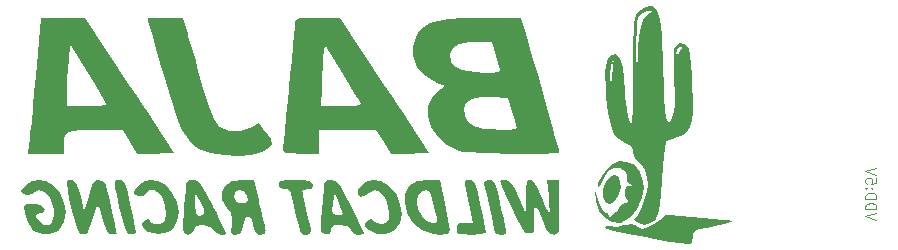
<source format=gbr>
%TF.GenerationSoftware,KiCad,Pcbnew,8.0.6*%
%TF.CreationDate,2025-02-23T20:12:14-07:00*%
%TF.ProjectId,Dash Main,44617368-204d-4616-996e-2e6b69636164,rev?*%
%TF.SameCoordinates,Original*%
%TF.FileFunction,Legend,Bot*%
%TF.FilePolarity,Positive*%
%FSLAX46Y46*%
G04 Gerber Fmt 4.6, Leading zero omitted, Abs format (unit mm)*
G04 Created by KiCad (PCBNEW 8.0.6) date 2025-02-23 20:12:14*
%MOMM*%
%LPD*%
G01*
G04 APERTURE LIST*
%ADD10C,0.121920*%
%ADD11C,0.300000*%
%ADD12C,0.000000*%
G04 APERTURE END LIST*
D10*
X177493337Y-56476639D02*
X176599257Y-56178612D01*
X176599257Y-56178612D02*
X177493337Y-55880586D01*
X176599257Y-55582559D02*
X177493337Y-55582559D01*
X177493337Y-55582559D02*
X177493337Y-55369683D01*
X177493337Y-55369683D02*
X177450762Y-55241957D01*
X177450762Y-55241957D02*
X177365612Y-55156807D01*
X177365612Y-55156807D02*
X177280461Y-55114232D01*
X177280461Y-55114232D02*
X177110160Y-55071656D01*
X177110160Y-55071656D02*
X176982434Y-55071656D01*
X176982434Y-55071656D02*
X176812133Y-55114232D01*
X176812133Y-55114232D02*
X176726983Y-55156807D01*
X176726983Y-55156807D02*
X176641833Y-55241957D01*
X176641833Y-55241957D02*
X176599257Y-55369683D01*
X176599257Y-55369683D02*
X176599257Y-55582559D01*
X176599257Y-54688479D02*
X177493337Y-54688479D01*
X177493337Y-54688479D02*
X177493337Y-54475603D01*
X177493337Y-54475603D02*
X177450762Y-54347877D01*
X177450762Y-54347877D02*
X177365612Y-54262727D01*
X177365612Y-54262727D02*
X177280461Y-54220152D01*
X177280461Y-54220152D02*
X177110160Y-54177576D01*
X177110160Y-54177576D02*
X176982434Y-54177576D01*
X176982434Y-54177576D02*
X176812133Y-54220152D01*
X176812133Y-54220152D02*
X176726983Y-54262727D01*
X176726983Y-54262727D02*
X176641833Y-54347877D01*
X176641833Y-54347877D02*
X176599257Y-54475603D01*
X176599257Y-54475603D02*
X176599257Y-54688479D01*
X176684408Y-53794399D02*
X176641833Y-53751824D01*
X176641833Y-53751824D02*
X176599257Y-53794399D01*
X176599257Y-53794399D02*
X176641833Y-53836975D01*
X176641833Y-53836975D02*
X176684408Y-53794399D01*
X176684408Y-53794399D02*
X176599257Y-53794399D01*
X177152735Y-53794399D02*
X177110160Y-53751824D01*
X177110160Y-53751824D02*
X177067585Y-53794399D01*
X177067585Y-53794399D02*
X177110160Y-53836975D01*
X177110160Y-53836975D02*
X177152735Y-53794399D01*
X177152735Y-53794399D02*
X177067585Y-53794399D01*
X177493337Y-52942895D02*
X177493337Y-53368647D01*
X177493337Y-53368647D02*
X177067585Y-53411223D01*
X177067585Y-53411223D02*
X177110160Y-53368647D01*
X177110160Y-53368647D02*
X177152735Y-53283497D01*
X177152735Y-53283497D02*
X177152735Y-53070621D01*
X177152735Y-53070621D02*
X177110160Y-52985470D01*
X177110160Y-52985470D02*
X177067585Y-52942895D01*
X177067585Y-52942895D02*
X176982434Y-52900320D01*
X176982434Y-52900320D02*
X176769558Y-52900320D01*
X176769558Y-52900320D02*
X176684408Y-52942895D01*
X176684408Y-52942895D02*
X176641833Y-52985470D01*
X176641833Y-52985470D02*
X176599257Y-53070621D01*
X176599257Y-53070621D02*
X176599257Y-53283497D01*
X176599257Y-53283497D02*
X176641833Y-53368647D01*
X176641833Y-53368647D02*
X176684408Y-53411223D01*
X177493337Y-52644868D02*
X176599257Y-52346841D01*
X176599257Y-52346841D02*
X177493337Y-52048815D01*
D11*
X136691427Y-47699757D02*
X136834285Y-47628328D01*
X136834285Y-47628328D02*
X137048570Y-47628328D01*
X137048570Y-47628328D02*
X137262856Y-47699757D01*
X137262856Y-47699757D02*
X137405713Y-47842614D01*
X137405713Y-47842614D02*
X137477142Y-47985471D01*
X137477142Y-47985471D02*
X137548570Y-48271185D01*
X137548570Y-48271185D02*
X137548570Y-48485471D01*
X137548570Y-48485471D02*
X137477142Y-48771185D01*
X137477142Y-48771185D02*
X137405713Y-48914042D01*
X137405713Y-48914042D02*
X137262856Y-49056900D01*
X137262856Y-49056900D02*
X137048570Y-49128328D01*
X137048570Y-49128328D02*
X136905713Y-49128328D01*
X136905713Y-49128328D02*
X136691427Y-49056900D01*
X136691427Y-49056900D02*
X136619999Y-48985471D01*
X136619999Y-48985471D02*
X136619999Y-48485471D01*
X136619999Y-48485471D02*
X136905713Y-48485471D01*
X135762856Y-47628328D02*
X135762856Y-47985471D01*
X136119999Y-47842614D02*
X135762856Y-47985471D01*
X135762856Y-47985471D02*
X135405713Y-47842614D01*
X135977142Y-48271185D02*
X135762856Y-47985471D01*
X135762856Y-47985471D02*
X135548570Y-48271185D01*
X134619999Y-47628328D02*
X134619999Y-47985471D01*
X134977142Y-47842614D02*
X134619999Y-47985471D01*
X134619999Y-47985471D02*
X134262856Y-47842614D01*
X134834285Y-48271185D02*
X134619999Y-47985471D01*
X134619999Y-47985471D02*
X134405713Y-48271185D01*
X133477142Y-47628328D02*
X133477142Y-47985471D01*
X133834285Y-47842614D02*
X133477142Y-47985471D01*
X133477142Y-47985471D02*
X133119999Y-47842614D01*
X133691428Y-48271185D02*
X133477142Y-47985471D01*
X133477142Y-47985471D02*
X133262856Y-48271185D01*
D12*
%TO.C,G\u002A\u002A\u002A*%
G36*
X155626885Y-52790442D02*
G01*
X155847550Y-53177335D01*
X155865051Y-53752906D01*
X155659978Y-54418097D01*
X155372099Y-54856695D01*
X154984533Y-55100613D01*
X154633136Y-55010733D01*
X154396648Y-54577140D01*
X154377056Y-54479020D01*
X154406986Y-53894144D01*
X154617627Y-53310688D01*
X154943729Y-52862476D01*
X155320041Y-52683333D01*
X155626885Y-52790442D01*
G37*
G36*
X113469229Y-53086642D02*
G01*
X113676266Y-53126096D01*
X113838235Y-53283649D01*
X113985525Y-53628737D01*
X114148526Y-54230801D01*
X114357628Y-55159278D01*
X114495075Y-55804154D01*
X114656711Y-56601334D01*
X114767183Y-57195550D01*
X114808095Y-57491553D01*
X114722320Y-57640177D01*
X114369313Y-57686639D01*
X114213661Y-57641994D01*
X114032671Y-57478044D01*
X113869198Y-57131612D01*
X113692508Y-56531460D01*
X113471870Y-55606349D01*
X113417542Y-55367489D01*
X113202861Y-54406384D01*
X113076966Y-53762180D01*
X113039319Y-53371483D01*
X113089382Y-53170901D01*
X113226616Y-53097040D01*
X113450485Y-53086508D01*
X113469229Y-53086642D01*
G37*
G36*
X144743272Y-53086692D02*
G01*
X144969225Y-53120267D01*
X145138671Y-53261796D01*
X145285805Y-53583068D01*
X145444821Y-54155868D01*
X145649915Y-55051984D01*
X145768298Y-55583259D01*
X145952947Y-56398387D01*
X146099554Y-57028921D01*
X146184016Y-57370238D01*
X146196964Y-57422571D01*
X146137675Y-57658497D01*
X145765331Y-57723015D01*
X145421137Y-57696791D01*
X145247778Y-57620088D01*
X145244398Y-57588230D01*
X145181705Y-57256459D01*
X145057444Y-56664503D01*
X144894679Y-55916287D01*
X144716476Y-55115733D01*
X144545899Y-54366766D01*
X144406013Y-53773308D01*
X144319884Y-53439285D01*
X144307407Y-53394252D01*
X144353285Y-53152493D01*
X144713677Y-53086508D01*
X144743272Y-53086692D01*
G37*
G36*
X143102563Y-53086642D02*
G01*
X143309599Y-53126096D01*
X143471568Y-53283649D01*
X143618858Y-53628737D01*
X143781859Y-54230801D01*
X143990961Y-55159278D01*
X144128808Y-55805391D01*
X144290249Y-56598816D01*
X144400574Y-57187686D01*
X144441429Y-57477532D01*
X144389312Y-57570435D01*
X144003253Y-57685239D01*
X143231905Y-57723015D01*
X143189510Y-57723004D01*
X142536885Y-57710885D01*
X142187935Y-57649150D01*
X142047991Y-57498353D01*
X142022381Y-57219047D01*
X142050235Y-56938802D01*
X142236200Y-56756204D01*
X142702080Y-56715079D01*
X143381779Y-56715079D01*
X143011346Y-55152777D01*
X142903973Y-54697230D01*
X142735235Y-53932165D01*
X142666415Y-53458012D01*
X142699948Y-53205319D01*
X142838270Y-53104635D01*
X143083818Y-53086508D01*
X143102563Y-53086642D01*
G37*
G36*
X135594351Y-53178328D02*
G01*
X136256097Y-53580778D01*
X136809956Y-54232658D01*
X137182998Y-55097597D01*
X137323125Y-55956782D01*
X137190074Y-56702506D01*
X136740659Y-57314261D01*
X136628517Y-57407295D01*
X135962131Y-57682247D01*
X135213021Y-57661497D01*
X134542125Y-57342946D01*
X134343468Y-57169445D01*
X134197996Y-56912969D01*
X134336692Y-56644856D01*
X134465048Y-56506639D01*
X134697042Y-56436377D01*
X135057702Y-56626324D01*
X135552677Y-56834031D01*
X135977469Y-56748123D01*
X136229991Y-56376221D01*
X136276272Y-55772537D01*
X136082336Y-54991285D01*
X135920455Y-54629850D01*
X135513995Y-54105236D01*
X135057663Y-53948465D01*
X134583728Y-54177068D01*
X134280163Y-54398551D01*
X133858676Y-54504472D01*
X133617522Y-54336471D01*
X133627369Y-53972293D01*
X133958889Y-53489682D01*
X134238906Y-53267197D01*
X134897645Y-53061677D01*
X135594351Y-53178328D01*
G37*
G36*
X128993338Y-53098125D02*
G01*
X129447871Y-53152315D01*
X129680204Y-53274406D01*
X129783966Y-53489682D01*
X129801274Y-53563943D01*
X129754996Y-53825681D01*
X129404302Y-53892857D01*
X129091914Y-53928796D01*
X128922186Y-54044047D01*
X128936148Y-54153096D01*
X129003369Y-54496190D01*
X129134846Y-55100898D01*
X129340124Y-56010793D01*
X129628747Y-57269444D01*
X129652355Y-57388626D01*
X129598148Y-57657974D01*
X129245664Y-57723015D01*
X129129722Y-57718439D01*
X128912849Y-57642942D01*
X128750762Y-57411684D01*
X128601104Y-56944373D01*
X128421518Y-56160714D01*
X128225894Y-55260937D01*
X128065508Y-54589640D01*
X127932483Y-54184229D01*
X127796433Y-53977658D01*
X127626973Y-53902883D01*
X127393717Y-53892857D01*
X127025070Y-53808897D01*
X126903334Y-53489682D01*
X126903503Y-53468206D01*
X126949971Y-53263357D01*
X127138793Y-53148283D01*
X127556828Y-53097745D01*
X128290933Y-53086508D01*
X128993338Y-53098125D01*
G37*
G36*
X116662144Y-53173289D02*
G01*
X117354535Y-53566051D01*
X117908422Y-54193259D01*
X118283951Y-54963996D01*
X118441269Y-55787345D01*
X118340524Y-56572389D01*
X117941862Y-57228210D01*
X117527451Y-57539455D01*
X116785769Y-57710005D01*
X115937401Y-57494123D01*
X115880552Y-57467321D01*
X115433515Y-57141086D01*
X115341361Y-56803218D01*
X115621952Y-56509474D01*
X115874630Y-56411245D01*
X116017619Y-56492815D01*
X116062369Y-56618691D01*
X116357699Y-56794024D01*
X116776125Y-56835074D01*
X117136023Y-56707050D01*
X117293120Y-56504291D01*
X117415577Y-55940798D01*
X117324921Y-55244742D01*
X117027765Y-54548015D01*
X116788678Y-54236676D01*
X116356619Y-53938470D01*
X115955813Y-53915789D01*
X115687344Y-54195238D01*
X115418534Y-54442320D01*
X115014389Y-54478851D01*
X114698079Y-54281108D01*
X114662978Y-54176982D01*
X114783591Y-53833827D01*
X115138861Y-53478173D01*
X115622037Y-53199305D01*
X116126367Y-53086508D01*
X116662144Y-53173289D01*
G37*
G36*
X141376988Y-57029625D02*
G01*
X141418762Y-57370238D01*
X141371650Y-57556966D01*
X141118459Y-57687888D01*
X140560873Y-57722702D01*
X140057477Y-57688909D01*
X139046023Y-57374168D01*
X138266727Y-56765055D01*
X137765380Y-55905950D01*
X137604357Y-54940648D01*
X138597892Y-54940648D01*
X138697419Y-55581932D01*
X139013203Y-56183925D01*
X139244396Y-56406980D01*
X139652345Y-56635277D01*
X140048814Y-56735299D01*
X140320510Y-56683896D01*
X140354137Y-56457920D01*
X140291342Y-56246099D01*
X140162758Y-55718629D01*
X140015896Y-55046809D01*
X140011303Y-55024740D01*
X139840765Y-54337215D01*
X139654130Y-53991970D01*
X139389586Y-53932309D01*
X138985319Y-54101537D01*
X138716395Y-54392620D01*
X138597892Y-54940648D01*
X137604357Y-54940648D01*
X137587774Y-54841233D01*
X137643854Y-54322420D01*
X137987865Y-53644805D01*
X138631925Y-53228332D01*
X139560849Y-53086508D01*
X140544626Y-53086508D01*
X140982265Y-55051984D01*
X141098503Y-55586922D01*
X141263696Y-56400458D01*
X141274043Y-56457920D01*
X141376988Y-57029625D01*
G37*
G36*
X107201161Y-53177545D02*
G01*
X107880694Y-53580364D01*
X108414157Y-54221257D01*
X108764794Y-55008195D01*
X108895848Y-55849146D01*
X108770560Y-56652081D01*
X108352174Y-57324968D01*
X108213246Y-57441061D01*
X107582329Y-57685347D01*
X106851164Y-57678950D01*
X106192530Y-57414691D01*
X106014078Y-57240787D01*
X105685787Y-56690773D01*
X105435537Y-56000714D01*
X105334617Y-55342774D01*
X105341147Y-55297600D01*
X105561254Y-55140900D01*
X105990014Y-55105405D01*
X106485647Y-55174096D01*
X106906377Y-55329951D01*
X107110423Y-55555952D01*
X107080733Y-55800140D01*
X106759385Y-55908730D01*
X106445250Y-55969863D01*
X106372797Y-56206105D01*
X106658209Y-56599886D01*
X107059270Y-56884759D01*
X107462327Y-56905172D01*
X107755254Y-56642211D01*
X107903954Y-56159316D01*
X107874333Y-55519925D01*
X107632294Y-54787479D01*
X107547163Y-54622967D01*
X107118154Y-54112091D01*
X106636431Y-53957900D01*
X106154548Y-54181928D01*
X106053933Y-54257702D01*
X105652366Y-54383656D01*
X105289688Y-54316147D01*
X105131905Y-54072876D01*
X105189946Y-53860596D01*
X105532386Y-53488161D01*
X106066784Y-53201324D01*
X106659317Y-53086508D01*
X107201161Y-53177545D01*
G37*
G36*
X160868911Y-56135895D02*
G01*
X161907906Y-56238204D01*
X162808689Y-56331012D01*
X163730478Y-56421478D01*
X164463825Y-56488616D01*
X164902540Y-56522350D01*
X165507302Y-56554651D01*
X164902540Y-56730272D01*
X164588081Y-56813012D01*
X163896769Y-56971931D01*
X163138651Y-57127159D01*
X162513563Y-57258849D01*
X162153710Y-57397892D01*
X162007279Y-57602456D01*
X161979524Y-57938895D01*
X161912015Y-58351044D01*
X161727540Y-58524117D01*
X161533254Y-58512861D01*
X160909297Y-58439972D01*
X160068332Y-58312803D01*
X159087242Y-58146148D01*
X158042910Y-57954801D01*
X157012216Y-57753558D01*
X156072044Y-57557213D01*
X155299276Y-57380561D01*
X154770793Y-57238396D01*
X154563479Y-57145514D01*
X154622695Y-56989151D01*
X155001474Y-57029628D01*
X155550128Y-57056670D01*
X156163477Y-56936420D01*
X156349764Y-56876588D01*
X156835050Y-56826090D01*
X157275293Y-57020591D01*
X157361500Y-57075645D01*
X157676825Y-57211967D01*
X158010599Y-57167265D01*
X158527205Y-56929591D01*
X158720196Y-56824568D01*
X159180082Y-56513111D01*
X159413599Y-56258512D01*
X159498636Y-56158281D01*
X159729330Y-56095404D01*
X160164404Y-56088118D01*
X160868911Y-56135895D01*
G37*
G36*
X119221680Y-40739285D02*
G01*
X119267441Y-40895813D01*
X119495264Y-41681451D01*
X119791055Y-42708155D01*
X120121613Y-43860489D01*
X120453737Y-45023015D01*
X120716281Y-45914296D01*
X121117940Y-47132317D01*
X121460312Y-47963411D01*
X121746096Y-48414660D01*
X121980947Y-48613648D01*
X122748884Y-48940280D01*
X123634742Y-48972754D01*
X124511173Y-48698017D01*
X125243615Y-48315847D01*
X125797137Y-49009553D01*
X125835538Y-49057958D01*
X126246244Y-49661713D01*
X126335150Y-50086248D01*
X126088422Y-50408516D01*
X125492222Y-50705472D01*
X125473025Y-50713058D01*
X124552739Y-50945041D01*
X123434745Y-51040154D01*
X122264766Y-51002841D01*
X121188526Y-50837546D01*
X120351746Y-50548713D01*
X119926196Y-50298719D01*
X119498542Y-49953321D01*
X119118634Y-49502543D01*
X118762820Y-48898613D01*
X118407446Y-48093755D01*
X118028859Y-47040196D01*
X117603408Y-45690163D01*
X117107438Y-43995881D01*
X116884933Y-43218188D01*
X116541363Y-42013897D01*
X116247225Y-40978568D01*
X116017982Y-40166840D01*
X115869097Y-39633349D01*
X115816032Y-39432734D01*
X115821982Y-39427912D01*
X116066825Y-39402874D01*
X116598905Y-39385240D01*
X117319401Y-39378571D01*
X118822769Y-39378571D01*
X119221680Y-40739285D01*
G37*
G36*
X121805514Y-56201814D02*
G01*
X122150489Y-56912168D01*
X122383107Y-57408842D01*
X122468413Y-57618864D01*
X122364849Y-57736574D01*
X122053758Y-57717036D01*
X121685096Y-57563493D01*
X121413694Y-57319841D01*
X121122350Y-57047244D01*
X120485970Y-56916666D01*
X120353055Y-56919350D01*
X119902405Y-57023488D01*
X119704600Y-57319841D01*
X119574230Y-57552752D01*
X119219505Y-57723015D01*
X119036882Y-57689814D01*
X118916525Y-57550336D01*
X118854747Y-57245580D01*
X118846632Y-56716541D01*
X118887263Y-55904217D01*
X118930502Y-55313115D01*
X119855671Y-55313115D01*
X119887098Y-55823378D01*
X120004972Y-56055425D01*
X120250953Y-56110317D01*
X120413714Y-56095849D01*
X120614255Y-55932350D01*
X120560001Y-55549519D01*
X120250953Y-54900793D01*
X119864677Y-54195238D01*
X119856228Y-55152777D01*
X119855671Y-55313115D01*
X118930502Y-55313115D01*
X118971722Y-54749603D01*
X119038546Y-53947640D01*
X119109006Y-53449881D01*
X119215742Y-53194223D01*
X119392840Y-53099991D01*
X119674385Y-53086508D01*
X119819017Y-53093121D01*
X120050914Y-53163640D01*
X120275544Y-53360183D01*
X120538122Y-53742216D01*
X120883868Y-54369203D01*
X121357999Y-55300610D01*
X121383133Y-55350752D01*
X121671779Y-55932350D01*
X121805514Y-56201814D01*
G37*
G36*
X111997682Y-53153548D02*
G01*
X112267503Y-53439285D01*
X112283175Y-53494175D01*
X112386993Y-53910242D01*
X112538033Y-54558309D01*
X112713262Y-55334245D01*
X112889646Y-56133922D01*
X113044152Y-56853211D01*
X113153747Y-57387983D01*
X113195397Y-57634108D01*
X113094016Y-57693193D01*
X112741826Y-57686639D01*
X112573601Y-57642599D01*
X112353554Y-57451787D01*
X112170971Y-57038540D01*
X111976737Y-56314791D01*
X111961585Y-56251368D01*
X111790230Y-55594900D01*
X111651052Y-55289331D01*
X111510800Y-55344529D01*
X111336222Y-55770358D01*
X111094067Y-56576684D01*
X110960850Y-57017415D01*
X110774987Y-57473831D01*
X110579929Y-57668929D01*
X110317769Y-57685414D01*
X110190144Y-57653633D01*
X109998630Y-57506302D01*
X109829429Y-57181279D01*
X109649779Y-56605810D01*
X109426918Y-55707142D01*
X109203647Y-54739084D01*
X109046700Y-53969536D01*
X108988667Y-53481082D01*
X109029004Y-53215782D01*
X109167165Y-53115695D01*
X109402606Y-53122884D01*
X109555551Y-53163424D01*
X109773822Y-53354145D01*
X109953703Y-53769809D01*
X110142100Y-54497619D01*
X110441052Y-55807936D01*
X110839265Y-54447222D01*
X111039679Y-53805351D01*
X111234979Y-53351467D01*
X111437491Y-53139115D01*
X111698885Y-53086508D01*
X111997682Y-53153548D01*
G37*
G36*
X125287643Y-55051984D02*
G01*
X125408572Y-55596733D01*
X125585643Y-56379759D01*
X125721673Y-56963141D01*
X125794270Y-57249736D01*
X125810804Y-57325783D01*
X125747116Y-57602513D01*
X125633679Y-57664073D01*
X125259420Y-57723015D01*
X125131216Y-57703685D01*
X124906731Y-57472180D01*
X124763285Y-56916666D01*
X124617983Y-56399653D01*
X124390555Y-56132645D01*
X124153431Y-56214581D01*
X123967321Y-56664682D01*
X123861592Y-57119323D01*
X123721603Y-57520097D01*
X123541274Y-57688633D01*
X123254546Y-57723015D01*
X123175870Y-57721620D01*
X122948910Y-57655407D01*
X122881384Y-57410631D01*
X122931757Y-56878635D01*
X122969533Y-56425050D01*
X122876682Y-55929564D01*
X122555125Y-55452057D01*
X122144803Y-54760112D01*
X122122110Y-54500379D01*
X123173969Y-54500379D01*
X123177506Y-54609467D01*
X123312806Y-54936693D01*
X123728334Y-55065374D01*
X123829529Y-55075146D01*
X124184750Y-55025307D01*
X124279612Y-54762993D01*
X124233633Y-54418139D01*
X123977168Y-54014975D01*
X123552987Y-53926179D01*
X123308816Y-54057074D01*
X123173969Y-54500379D01*
X122122110Y-54500379D01*
X122087912Y-54108971D01*
X122375229Y-53576963D01*
X122976876Y-53218128D01*
X123862976Y-53086508D01*
X124854364Y-53086508D01*
X125223936Y-54762993D01*
X125287643Y-55051984D01*
G37*
G36*
X133477908Y-56169434D02*
G01*
X133833062Y-56880007D01*
X134072610Y-57380595D01*
X134160476Y-57597797D01*
X134042733Y-57678970D01*
X133670093Y-57723015D01*
X133347770Y-57658642D01*
X133051746Y-57319841D01*
X132976984Y-57157739D01*
X132692535Y-56968416D01*
X132131019Y-56916666D01*
X131667556Y-56940098D01*
X131402597Y-57060064D01*
X131338254Y-57333861D01*
X131338246Y-57338626D01*
X131239786Y-57648449D01*
X130884683Y-57686639D01*
X130862794Y-57683363D01*
X130532747Y-57522439D01*
X130471308Y-57118254D01*
X130479427Y-57014576D01*
X130519912Y-56480796D01*
X130576843Y-55716427D01*
X130579484Y-55680552D01*
X131445794Y-55680552D01*
X131472658Y-55959127D01*
X131543395Y-56017692D01*
X131848601Y-56098168D01*
X132186595Y-56101196D01*
X132346191Y-56013603D01*
X132330266Y-55945199D01*
X132206114Y-55588647D01*
X131999144Y-55056063D01*
X131652097Y-54195238D01*
X131516888Y-55001587D01*
X131490771Y-55172521D01*
X131445794Y-55680552D01*
X130579484Y-55680552D01*
X130640595Y-54850396D01*
X130649343Y-54730984D01*
X130713900Y-53929952D01*
X130783367Y-53443371D01*
X130888185Y-53192859D01*
X131058796Y-53100032D01*
X131325641Y-53086508D01*
X131437825Y-53091078D01*
X131673038Y-53158018D01*
X131903429Y-53351432D01*
X132174534Y-53730222D01*
X132531891Y-54353291D01*
X133021036Y-55279543D01*
X133043226Y-55322274D01*
X133397950Y-56013603D01*
X133477908Y-56169434D01*
G37*
G36*
X115770428Y-47279546D02*
G01*
X116516029Y-48409853D01*
X117141050Y-49363393D01*
X117619576Y-50100592D01*
X117925694Y-50581874D01*
X118033492Y-50767666D01*
X118021747Y-50780050D01*
X117752672Y-50825334D01*
X117200688Y-50857079D01*
X116462457Y-50869047D01*
X114891422Y-50869047D01*
X114295394Y-49865111D01*
X113699365Y-48861175D01*
X111352282Y-48857175D01*
X111112780Y-48856817D01*
X110123534Y-48864907D01*
X109459721Y-48913795D01*
X109056426Y-49036614D01*
X108848732Y-49266496D01*
X108771721Y-49636574D01*
X108760476Y-50179979D01*
X108760476Y-50869047D01*
X107221171Y-50869047D01*
X105681866Y-50869047D01*
X105794998Y-50012301D01*
X105822480Y-49781425D01*
X105892610Y-49125395D01*
X105988768Y-48178010D01*
X106104202Y-47007203D01*
X106120594Y-46837301D01*
X108962064Y-46837301D01*
X110692355Y-46837301D01*
X111032035Y-46834200D01*
X111730629Y-46804523D01*
X112200895Y-46750141D01*
X112355450Y-46679353D01*
X112332161Y-46634845D01*
X112139617Y-46305250D01*
X111789594Y-45722838D01*
X111321901Y-44953558D01*
X110776349Y-44063362D01*
X109264445Y-41605319D01*
X109138293Y-42961389D01*
X109085906Y-43607167D01*
X109022185Y-44651943D01*
X108987103Y-45577381D01*
X108962064Y-46837301D01*
X106120594Y-46837301D01*
X106232163Y-45680910D01*
X106365900Y-44267063D01*
X106823669Y-39378571D01*
X108666658Y-39378571D01*
X110509647Y-39378571D01*
X114271569Y-45022428D01*
X114930159Y-46012048D01*
X115372539Y-46679353D01*
X115770428Y-47279546D01*
G37*
G36*
X156436577Y-51536090D02*
G01*
X157060828Y-51851878D01*
X157542303Y-52432646D01*
X157798239Y-53243851D01*
X157815220Y-53710511D01*
X157653941Y-54663158D01*
X157287231Y-55558261D01*
X156772723Y-56228111D01*
X156612033Y-56358002D01*
X155874421Y-56701024D01*
X155149820Y-56689929D01*
X154512393Y-56358544D01*
X154036301Y-55740695D01*
X153795703Y-54870211D01*
X153708423Y-53993650D01*
X154019915Y-54951190D01*
X154123490Y-55235499D01*
X154384020Y-55725483D01*
X154627688Y-55908730D01*
X154761798Y-55934904D01*
X154923969Y-56148846D01*
X155001868Y-56207774D01*
X155219938Y-55997656D01*
X155424598Y-55788076D01*
X155542413Y-55807936D01*
X155601229Y-55806623D01*
X155713978Y-55505555D01*
X155879508Y-55184252D01*
X156197852Y-55029585D01*
X156358278Y-55028213D01*
X156527704Y-54887395D01*
X156341682Y-54584856D01*
X156221939Y-54339659D01*
X156253167Y-53956441D01*
X156437474Y-53648669D01*
X156714350Y-53579569D01*
X156769065Y-53597605D01*
X156881912Y-53594967D01*
X156662573Y-53399068D01*
X156445440Y-53156339D01*
X156375908Y-52844209D01*
X156395175Y-52679554D01*
X156207189Y-52334312D01*
X155805247Y-52101193D01*
X155319790Y-52075177D01*
X154839223Y-52377968D01*
X154369603Y-53082784D01*
X154195030Y-53407496D01*
X153994233Y-53710468D01*
X153916032Y-53720731D01*
X153992136Y-53363208D01*
X154331468Y-52723565D01*
X154885521Y-52028174D01*
X155090797Y-51837620D01*
X155752313Y-51519823D01*
X156436577Y-51536090D01*
G37*
G36*
X150690635Y-55404761D02*
G01*
X150689057Y-56271195D01*
X150675041Y-56976888D01*
X150634364Y-57406277D01*
X150552797Y-57628002D01*
X150416112Y-57710702D01*
X150210080Y-57723015D01*
X150071700Y-57712630D01*
X149803347Y-57578598D01*
X149559090Y-57223441D01*
X149271505Y-56563888D01*
X149264110Y-56545185D01*
X148936922Y-55758186D01*
X148717649Y-55349008D01*
X148589261Y-55312355D01*
X148534729Y-55642929D01*
X148537022Y-56335434D01*
X148541116Y-56482984D01*
X148545236Y-57118863D01*
X148493655Y-57459601D01*
X148355141Y-57596840D01*
X148098461Y-57622222D01*
X148088361Y-57622159D01*
X147863548Y-57572244D01*
X147646032Y-57388638D01*
X147395781Y-57011493D01*
X147072765Y-56380959D01*
X146636953Y-55437188D01*
X146256661Y-54586954D01*
X145941881Y-53868733D01*
X145729116Y-53366597D01*
X145650953Y-53155941D01*
X145790178Y-53107832D01*
X146179092Y-53123514D01*
X146448288Y-53196879D01*
X146700931Y-53415357D01*
X146957172Y-53855556D01*
X147277274Y-54598412D01*
X147847317Y-56009523D01*
X147857865Y-54548015D01*
X147858225Y-54501068D01*
X147876873Y-53757347D01*
X147932175Y-53329169D01*
X148045882Y-53133301D01*
X148239740Y-53086508D01*
X148286159Y-53090221D01*
X148541985Y-53256330D01*
X148823196Y-53707713D01*
X149164697Y-54497619D01*
X149215585Y-54626231D01*
X149487867Y-55277147D01*
X149704265Y-55735438D01*
X149821766Y-55908730D01*
X149826275Y-55907310D01*
X149854870Y-55694699D01*
X149839697Y-55191143D01*
X149783492Y-54497619D01*
X149641780Y-53086508D01*
X150166208Y-53086508D01*
X150690635Y-53086508D01*
X150690635Y-55404761D01*
G37*
G36*
X137340269Y-47279546D02*
G01*
X138085871Y-48409853D01*
X138710891Y-49363393D01*
X139189417Y-50100592D01*
X139495536Y-50581874D01*
X139603334Y-50767666D01*
X139590428Y-50780597D01*
X139317308Y-50825623D01*
X138761985Y-50857163D01*
X138020768Y-50869047D01*
X136438202Y-50869047D01*
X135811634Y-49861111D01*
X135185066Y-48853174D01*
X132757692Y-48853174D01*
X130330318Y-48853174D01*
X130330318Y-49861111D01*
X130330318Y-50869047D01*
X128818413Y-50869047D01*
X128771330Y-50869026D01*
X128009244Y-50855747D01*
X127565210Y-50805107D01*
X127358460Y-50698237D01*
X127308224Y-50516269D01*
X127318890Y-50342669D01*
X127365126Y-49798198D01*
X127442811Y-48954784D01*
X127546332Y-47871799D01*
X127647674Y-46837301D01*
X130531905Y-46837301D01*
X132257294Y-46837301D01*
X132595349Y-46834337D01*
X133288211Y-46805934D01*
X133750127Y-46753877D01*
X133895021Y-46686111D01*
X133872679Y-46648695D01*
X133679582Y-46331527D01*
X133329438Y-45759362D01*
X132862951Y-44998659D01*
X132320822Y-44115873D01*
X130834286Y-41696825D01*
X130700756Y-42704761D01*
X130631341Y-43423015D01*
X130576848Y-44347956D01*
X130549565Y-45275000D01*
X130531905Y-46837301D01*
X127647674Y-46837301D01*
X127670077Y-46608614D01*
X127808434Y-45224603D01*
X127907790Y-44231873D01*
X128036832Y-42915331D01*
X128147317Y-41756166D01*
X128233571Y-40815300D01*
X128289918Y-40153652D01*
X128310686Y-39832142D01*
X128311002Y-39805768D01*
X128338899Y-39603135D01*
X128465274Y-39477415D01*
X128766297Y-39410291D01*
X129318137Y-39383448D01*
X130196966Y-39378571D01*
X132079488Y-39378571D01*
X135841411Y-45022428D01*
X136500000Y-46012048D01*
X136946860Y-46686111D01*
X137340269Y-47279546D01*
G37*
G36*
X148920425Y-44450823D02*
G01*
X149288836Y-45741028D01*
X149646860Y-47000582D01*
X149977625Y-48170026D01*
X150127131Y-48701984D01*
X150264258Y-49189897D01*
X150489886Y-50000737D01*
X150637636Y-50543083D01*
X150690635Y-50757475D01*
X150574734Y-50800298D01*
X150121690Y-50841054D01*
X149392769Y-50866537D01*
X148459419Y-50877739D01*
X147393089Y-50875652D01*
X146265228Y-50861268D01*
X145147285Y-50835579D01*
X144110707Y-50799578D01*
X143226943Y-50754256D01*
X142567442Y-50700606D01*
X142203653Y-50639620D01*
X141192533Y-50149756D01*
X140367877Y-49447409D01*
X139793298Y-48608746D01*
X139517347Y-47704917D01*
X139569551Y-47046858D01*
X142627143Y-47046858D01*
X142679202Y-47656142D01*
X142928435Y-48178988D01*
X143447910Y-48558249D01*
X143725226Y-48652569D01*
X144300774Y-48754995D01*
X145010810Y-48825414D01*
X145748509Y-48859574D01*
X146407045Y-48853224D01*
X146879592Y-48802111D01*
X147059325Y-48701984D01*
X147016763Y-48493744D01*
X146884920Y-47997216D01*
X146695327Y-47341269D01*
X146334067Y-46131746D01*
X145051659Y-46070855D01*
X144070787Y-46075131D01*
X143256666Y-46229138D01*
X142781500Y-46550613D01*
X142627143Y-47046858D01*
X139569551Y-47046858D01*
X139588573Y-46807076D01*
X139590397Y-46801029D01*
X139927365Y-46123803D01*
X140418148Y-45589644D01*
X141015231Y-45148201D01*
X140361119Y-44873167D01*
X140316778Y-44854246D01*
X139347932Y-44269229D01*
X138664364Y-43510962D01*
X138293573Y-42642616D01*
X138285738Y-42407624D01*
X141414673Y-42407624D01*
X141542842Y-43098905D01*
X141795295Y-43412856D01*
X142238386Y-43720154D01*
X142420676Y-43789202D01*
X142949906Y-43898649D01*
X143629291Y-43976916D01*
X144348960Y-44018950D01*
X144999041Y-44019696D01*
X145469663Y-43974102D01*
X145650953Y-43877113D01*
X145616191Y-43691678D01*
X145496890Y-43211331D01*
X145322007Y-42566796D01*
X144993062Y-41394444D01*
X143653370Y-41394444D01*
X143143266Y-41409823D01*
X142209639Y-41567321D01*
X141635190Y-41898509D01*
X141414673Y-42407624D01*
X138285738Y-42407624D01*
X138263057Y-41727358D01*
X138600315Y-40828358D01*
X138815113Y-40512595D01*
X139211721Y-40106536D01*
X139724483Y-39807694D01*
X140410551Y-39600993D01*
X141327078Y-39471360D01*
X142531215Y-39403720D01*
X144080115Y-39382998D01*
X147448166Y-39378571D01*
X147847840Y-40739285D01*
X147921599Y-40990912D01*
X148219934Y-42016305D01*
X148558500Y-43189428D01*
X148755814Y-43877113D01*
X148920425Y-44450823D01*
G37*
G36*
X159130206Y-39258845D02*
G01*
X159251551Y-39959683D01*
X159344122Y-40936900D01*
X159403953Y-41999206D01*
X159417107Y-42232762D01*
X159479691Y-43889531D01*
X159515007Y-44905750D01*
X159533455Y-45325396D01*
X159571911Y-46200166D01*
X159636172Y-47141758D01*
X159714587Y-47761343D01*
X159813948Y-48089738D01*
X159941049Y-48157759D01*
X160102686Y-47996222D01*
X160305651Y-47635946D01*
X160391788Y-47360317D01*
X160457656Y-46747299D01*
X160469175Y-45815969D01*
X160427952Y-44525525D01*
X160422395Y-44401337D01*
X160382568Y-43328050D01*
X160377524Y-42582833D01*
X160388644Y-42424840D01*
X160569138Y-42424840D01*
X160683808Y-42477373D01*
X160930530Y-42191625D01*
X161051997Y-41932009D01*
X160966969Y-41797619D01*
X160851369Y-41836195D01*
X160637976Y-42108694D01*
X160569138Y-42424840D01*
X160388644Y-42424840D01*
X160411630Y-42098247D01*
X160489255Y-41806854D01*
X160614766Y-41641213D01*
X160913590Y-41497204D01*
X161358562Y-41577563D01*
X161650123Y-41932009D01*
X161676764Y-41964396D01*
X161697335Y-42045970D01*
X161754829Y-42498320D01*
X161815863Y-43239777D01*
X161874332Y-44188914D01*
X161924132Y-45264302D01*
X161956249Y-46229243D01*
X161960954Y-47313799D01*
X161900059Y-48099420D01*
X161754839Y-48646692D01*
X161506565Y-49016204D01*
X161136511Y-49268544D01*
X160625950Y-49464298D01*
X160483200Y-49511402D01*
X159988751Y-49698953D01*
X159714866Y-49841946D01*
X159681633Y-49927978D01*
X159606340Y-50356680D01*
X159518703Y-51075409D01*
X159427075Y-52011776D01*
X159339804Y-53093388D01*
X159338120Y-53116497D01*
X159246078Y-54311864D01*
X159163664Y-55171269D01*
X159078437Y-55760220D01*
X158977954Y-56144221D01*
X158849771Y-56388781D01*
X158681446Y-56559406D01*
X158376599Y-56772118D01*
X157875249Y-56894262D01*
X157293433Y-56688543D01*
X157130410Y-56595793D01*
X156991510Y-56426608D01*
X157182535Y-56229828D01*
X157324215Y-56080766D01*
X157613433Y-55558323D01*
X157879268Y-54846557D01*
X158073865Y-54084908D01*
X158149365Y-53412815D01*
X158103409Y-52960123D01*
X157898201Y-52278384D01*
X157587658Y-51709814D01*
X157237269Y-51399009D01*
X157045336Y-51204753D01*
X156939842Y-50777286D01*
X156925231Y-50598496D01*
X156728666Y-50253847D01*
X156227031Y-49971865D01*
X156208316Y-49963948D01*
X155711203Y-49653390D01*
X155330504Y-49166232D01*
X155043482Y-48446033D01*
X154827398Y-47436349D01*
X154659517Y-46080737D01*
X154587558Y-45140275D01*
X154584013Y-44214818D01*
X154967369Y-44214818D01*
X154975405Y-45170429D01*
X155042649Y-46938095D01*
X155086855Y-45325396D01*
X155091162Y-45182001D01*
X155129812Y-44353600D01*
X155183845Y-43649343D01*
X155242972Y-43208730D01*
X155285612Y-43002082D01*
X155279866Y-42857814D01*
X155131522Y-43053763D01*
X155122287Y-43069382D01*
X155018384Y-43486608D01*
X154967369Y-44214818D01*
X154584013Y-44214818D01*
X154582880Y-43918940D01*
X154713285Y-43056933D01*
X154977332Y-42561605D01*
X155373578Y-42440307D01*
X155530196Y-42480520D01*
X155755794Y-42651878D01*
X155924176Y-42999201D01*
X155924804Y-43002082D01*
X156050571Y-43579287D01*
X156150213Y-44448934D01*
X156238333Y-45664941D01*
X156264771Y-46045481D01*
X156369030Y-47056521D01*
X156500722Y-47790657D01*
X156649546Y-48184782D01*
X156657384Y-48194876D01*
X156745202Y-48255890D01*
X156812287Y-48162423D01*
X156861402Y-47873029D01*
X156895310Y-47346263D01*
X156916775Y-46540679D01*
X156924770Y-45776980D01*
X157771210Y-45776980D01*
X157798741Y-46694494D01*
X157809381Y-46851928D01*
X157833239Y-46970541D01*
X157852361Y-46733248D01*
X157865011Y-46173661D01*
X157869453Y-45325396D01*
X157868492Y-44934158D01*
X157860060Y-44220439D01*
X157844365Y-43818938D01*
X157823135Y-43759973D01*
X157798100Y-44073859D01*
X157775637Y-44734919D01*
X157771210Y-45776980D01*
X156924770Y-45776980D01*
X156928561Y-45414832D01*
X156933430Y-43927278D01*
X156935786Y-42931433D01*
X157152040Y-42931433D01*
X157163234Y-43712328D01*
X157193245Y-44216666D01*
X157227555Y-44321809D01*
X157262125Y-44086405D01*
X157291193Y-43545362D01*
X157310755Y-42748684D01*
X157321395Y-42289573D01*
X157352781Y-41840712D01*
X157979055Y-41840712D01*
X158010406Y-42351984D01*
X158029252Y-42409180D01*
X158081579Y-42365957D01*
X158102597Y-41999206D01*
X158100647Y-41862432D01*
X158068836Y-41583689D01*
X158010406Y-41646428D01*
X157979055Y-41840712D01*
X157352781Y-41840712D01*
X157412120Y-40992068D01*
X157595531Y-40038194D01*
X157881941Y-39388144D01*
X158281668Y-39002114D01*
X158341328Y-38966812D01*
X158516399Y-38821328D01*
X158339085Y-38779939D01*
X158069489Y-38834584D01*
X157633530Y-39059613D01*
X157510818Y-39168525D01*
X157368275Y-39412946D01*
X157275287Y-39816902D01*
X157216138Y-40461604D01*
X157175109Y-41428264D01*
X157160484Y-42000199D01*
X157152040Y-42931433D01*
X156935786Y-42931433D01*
X156936912Y-42455353D01*
X156945914Y-41318218D01*
X156965106Y-40477337D01*
X156999182Y-39879010D01*
X157052833Y-39469535D01*
X157130751Y-39195209D01*
X157237628Y-39002331D01*
X157378156Y-38837198D01*
X157814296Y-38512700D01*
X158280122Y-38370635D01*
X158501673Y-38391964D01*
X158764454Y-38517250D01*
X158970903Y-38792122D01*
X158980872Y-38821328D01*
X159130206Y-39258845D01*
G37*
%TD*%
M02*

</source>
